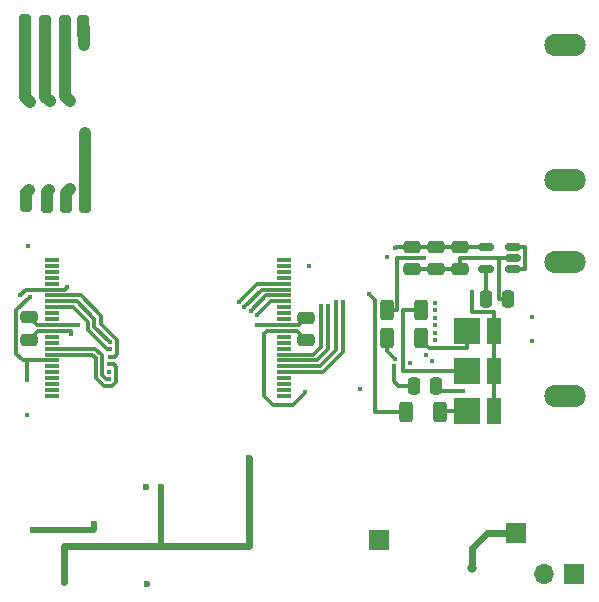
<source format=gbr>
%TF.GenerationSoftware,KiCad,Pcbnew,(6.0.5)*%
%TF.CreationDate,2023-08-07T21:45:28+03:00*%
%TF.ProjectId,JLC2,4a4c4332-2e6b-4696-9361-645f70636258,rev?*%
%TF.SameCoordinates,Original*%
%TF.FileFunction,Copper,L4,Bot*%
%TF.FilePolarity,Positive*%
%FSLAX46Y46*%
G04 Gerber Fmt 4.6, Leading zero omitted, Abs format (unit mm)*
G04 Created by KiCad (PCBNEW (6.0.5)) date 2023-08-07 21:45:28*
%MOMM*%
%LPD*%
G01*
G04 APERTURE LIST*
G04 Aperture macros list*
%AMRoundRect*
0 Rectangle with rounded corners*
0 $1 Rounding radius*
0 $2 $3 $4 $5 $6 $7 $8 $9 X,Y pos of 4 corners*
0 Add a 4 corners polygon primitive as box body*
4,1,4,$2,$3,$4,$5,$6,$7,$8,$9,$2,$3,0*
0 Add four circle primitives for the rounded corners*
1,1,$1+$1,$2,$3*
1,1,$1+$1,$4,$5*
1,1,$1+$1,$6,$7*
1,1,$1+$1,$8,$9*
0 Add four rect primitives between the rounded corners*
20,1,$1+$1,$2,$3,$4,$5,0*
20,1,$1+$1,$4,$5,$6,$7,0*
20,1,$1+$1,$6,$7,$8,$9,0*
20,1,$1+$1,$8,$9,$2,$3,0*%
G04 Aperture macros list end*
%TA.AperFunction,ComponentPad*%
%ADD10O,3.500000X1.900000*%
%TD*%
%TA.AperFunction,ComponentPad*%
%ADD11R,1.700000X1.700000*%
%TD*%
%TA.AperFunction,ComponentPad*%
%ADD12O,1.700000X1.700000*%
%TD*%
%TA.AperFunction,SMDPad,CuDef*%
%ADD13RoundRect,0.250000X-0.250000X-0.750000X0.250000X-0.750000X0.250000X0.750000X-0.250000X0.750000X0*%
%TD*%
%TA.AperFunction,SMDPad,CuDef*%
%ADD14RoundRect,0.250000X0.475000X-0.250000X0.475000X0.250000X-0.475000X0.250000X-0.475000X-0.250000X0*%
%TD*%
%TA.AperFunction,SMDPad,CuDef*%
%ADD15RoundRect,0.150000X0.512500X0.150000X-0.512500X0.150000X-0.512500X-0.150000X0.512500X-0.150000X0*%
%TD*%
%TA.AperFunction,SMDPad,CuDef*%
%ADD16RoundRect,0.250000X-0.250000X-0.475000X0.250000X-0.475000X0.250000X0.475000X-0.250000X0.475000X0*%
%TD*%
%TA.AperFunction,SMDPad,CuDef*%
%ADD17RoundRect,0.250000X-0.475000X0.250000X-0.475000X-0.250000X0.475000X-0.250000X0.475000X0.250000X0*%
%TD*%
%TA.AperFunction,SMDPad,CuDef*%
%ADD18R,1.275000X0.300000*%
%TD*%
%TA.AperFunction,SMDPad,CuDef*%
%ADD19R,2.200000X2.200000*%
%TD*%
%TA.AperFunction,SMDPad,CuDef*%
%ADD20R,1.250000X2.200000*%
%TD*%
%TA.AperFunction,SMDPad,CuDef*%
%ADD21RoundRect,0.250000X0.250000X0.475000X-0.250000X0.475000X-0.250000X-0.475000X0.250000X-0.475000X0*%
%TD*%
%TA.AperFunction,SMDPad,CuDef*%
%ADD22RoundRect,0.250000X-0.312500X-0.625000X0.312500X-0.625000X0.312500X0.625000X-0.312500X0.625000X0*%
%TD*%
%TA.AperFunction,SMDPad,CuDef*%
%ADD23RoundRect,0.250000X0.312500X0.625000X-0.312500X0.625000X-0.312500X-0.625000X0.312500X-0.625000X0*%
%TD*%
%TA.AperFunction,ViaPad*%
%ADD24C,0.400000*%
%TD*%
%TA.AperFunction,ViaPad*%
%ADD25C,0.600000*%
%TD*%
%TA.AperFunction,ViaPad*%
%ADD26C,0.800000*%
%TD*%
%TA.AperFunction,Conductor*%
%ADD27C,0.600000*%
%TD*%
%TA.AperFunction,Conductor*%
%ADD28C,0.300000*%
%TD*%
%TA.AperFunction,Conductor*%
%ADD29C,1.000000*%
%TD*%
%TA.AperFunction,Conductor*%
%ADD30C,0.500000*%
%TD*%
G04 APERTURE END LIST*
D10*
%TO.P,J1,5,Shield*%
%TO.N,N/C*%
X145050000Y-74400000D03*
X145050000Y-63000000D03*
%TD*%
D11*
%TO.P,BAT+,1*%
%TO.N,N/C*%
X129290000Y-104918750D03*
%TD*%
%TO.P,-USB+,1*%
%TO.N,N/C*%
X145865000Y-107778750D03*
D12*
%TO.P,-USB+,2*%
X143325000Y-107778750D03*
%TD*%
D10*
%TO.P,J1,5,Shield*%
%TO.N,N/C*%
X145050001Y-81319999D03*
X145050001Y-92719999D03*
%TD*%
D11*
%TO.P,BAT-,1*%
%TO.N,N/C*%
X140970000Y-104308750D03*
%TD*%
D13*
%TO.P,REF\u002A\u002A,1*%
%TO.N,N/C*%
X99470000Y-76110000D03*
%TD*%
D14*
%TO.P,C19,1*%
%TO.N,N/C*%
X134130001Y-81949999D03*
%TO.P,C19,2*%
X134130001Y-80049999D03*
%TD*%
D15*
%TO.P,U1,1,VIN*%
%TO.N,N/C*%
X140637501Y-80039999D03*
%TO.P,U1,2,GND*%
X140637501Y-80989999D03*
%TO.P,U1,3,INH*%
X140637501Y-81939999D03*
%TO.P,U1,4,BYP*%
X138362501Y-81939999D03*
%TO.P,U1,5,VOUT*%
X138362501Y-80039999D03*
%TD*%
D16*
%TO.P,C10,1*%
%TO.N,N/C*%
X132260001Y-91869999D03*
%TO.P,C10,2*%
X134160001Y-91869999D03*
%TD*%
D13*
%TO.P,REF\u002A\u002A,1*%
%TO.N,N/C*%
X102720000Y-61440000D03*
%TD*%
D17*
%TO.P,C2,1*%
%TO.N,N/C*%
X99680001Y-86019999D03*
%TO.P,C2,2*%
X99680001Y-87919999D03*
%TD*%
D18*
%TO.P,m2,1,N.C_1*%
%TO.N,N/C*%
X101620001Y-92679999D03*
%TO.P,m2,2,N.C_2*%
X101620001Y-92179999D03*
%TO.P,m2,3,N.C_3*%
X101620001Y-91679999D03*
%TO.P,m2,4,N.C_4*%
X101620001Y-91179999D03*
%TO.P,m2,5,N.C_5*%
X101620001Y-90679999D03*
%TO.P,m2,6,N.C_6*%
X101620001Y-90179999D03*
%TO.P,m2,7,R/~{B}*%
X101620001Y-89679999D03*
%TO.P,m2,8,~{RE}*%
X101620001Y-89179999D03*
%TO.P,m2,9,~{CE}*%
X101620001Y-88679999D03*
%TO.P,m2,10,N.C_7*%
X101620001Y-88179999D03*
%TO.P,m2,11,N.C_8*%
X101620001Y-87679999D03*
%TO.P,m2,12,VCC_1*%
X101620001Y-87179999D03*
%TO.P,m2,13,VSS_1*%
X101620001Y-86679999D03*
%TO.P,m2,14,N.C_9*%
X101620001Y-86179999D03*
%TO.P,m2,15,N.C_10*%
X101620001Y-85679999D03*
%TO.P,m2,16,CLE*%
X101620001Y-85179999D03*
%TO.P,m2,17,ALE*%
X101620001Y-84679999D03*
%TO.P,m2,18,~{WE}*%
X101620001Y-84179999D03*
%TO.P,m2,19,~{WP}*%
X101620001Y-83679999D03*
%TO.P,m2,20,N.C_11*%
X101620001Y-83179999D03*
%TO.P,m2,21,N.C_12*%
X101620001Y-82679999D03*
%TO.P,m2,22,N.C_13*%
X101620001Y-82179999D03*
%TO.P,m2,23,N.C_14*%
X101620001Y-81679999D03*
%TO.P,m2,24,N.C_15*%
X101620001Y-81179999D03*
%TO.P,m2,25,N.C_16*%
X121296001Y-81179999D03*
%TO.P,m2,26,N.C_17*%
X121296001Y-81679999D03*
%TO.P,m2,27,N.C_18*%
X121296001Y-82179999D03*
%TO.P,m2,28,N.C_19*%
X121296001Y-82679999D03*
%TO.P,m2,29,I/O0*%
X121296001Y-83179999D03*
%TO.P,m2,30,I/O1*%
X121296001Y-83679999D03*
%TO.P,m2,31,I/O2*%
X121296001Y-84179999D03*
%TO.P,m2,32,I/O3*%
X121296001Y-84679999D03*
%TO.P,m2,33,N.C_20*%
X121296001Y-85179999D03*
%TO.P,m2,34,N.C_21*%
X121296001Y-85679999D03*
%TO.P,m2,35,N.C_22*%
X121296001Y-86179999D03*
%TO.P,m2,36,VSS_2*%
X121296001Y-86679999D03*
%TO.P,m2,37,VCC_2*%
X121296001Y-87179999D03*
%TO.P,m2,38,N.C_23*%
X121296001Y-87679999D03*
%TO.P,m2,39,N.C_24*%
X121296001Y-88179999D03*
%TO.P,m2,40,N.C_25*%
X121296001Y-88679999D03*
%TO.P,m2,41,I/O4*%
X121296001Y-89179999D03*
%TO.P,m2,42,I/O5*%
X121296001Y-89679999D03*
%TO.P,m2,43,I/O6*%
X121296001Y-90179999D03*
%TO.P,m2,44,I/O7*%
X121296001Y-90679999D03*
%TO.P,m2,45,N.C_26*%
X121296001Y-91179999D03*
%TO.P,m2,46,N.C_27*%
X121296001Y-91679999D03*
%TO.P,m2,47,N.C_28*%
X121296001Y-92179999D03*
%TO.P,m2,48,N.C_29*%
X121296001Y-92679999D03*
%TD*%
D17*
%TO.P,C6,1*%
%TO.N,N/C*%
X123190001Y-86069999D03*
%TO.P,C6,2*%
X123190001Y-87969999D03*
%TD*%
D13*
%TO.P,REF\u002A\u002A,1*%
%TO.N,N/C*%
X101230000Y-76150000D03*
%TD*%
D14*
%TO.P,C17,1*%
%TO.N,N/C*%
X132100001Y-81939999D03*
%TO.P,C17,2*%
X132100001Y-80039999D03*
%TD*%
D13*
%TO.P,REF\u002A\u002A,1*%
%TO.N,N/C*%
X99330000Y-61400000D03*
%TD*%
%TO.P,REF\u002A\u002A,1*%
%TO.N,N/C*%
X101090000Y-61440000D03*
%TD*%
%TO.P,REF\u002A\u002A,1*%
%TO.N,N/C*%
X104300000Y-61460000D03*
%TD*%
D19*
%TO.P,D3,1,K*%
%TO.N,N/C*%
X136810001Y-93989999D03*
D20*
%TO.P,D3,2,A*%
X139085001Y-93989999D03*
%TD*%
D21*
%TO.P,C11,1*%
%TO.N,N/C*%
X140260001Y-84479999D03*
%TO.P,C11,2*%
X138360001Y-84479999D03*
%TD*%
D14*
%TO.P,C12,1*%
%TO.N,N/C*%
X136210001Y-81949999D03*
%TO.P,C12,2*%
X136210001Y-80049999D03*
%TD*%
D22*
%TO.P,R1,1*%
%TO.N,N/C*%
X129985001Y-87789999D03*
%TO.P,R1,2*%
X132910001Y-87789999D03*
%TD*%
D23*
%TO.P,R7,1*%
%TO.N,N/C*%
X134532501Y-94019999D03*
%TO.P,R7,2*%
X131607501Y-94019999D03*
%TD*%
D13*
%TO.P,REF\u002A\u002A,1*%
%TO.N,N/C*%
X104440000Y-76170000D03*
%TD*%
%TO.P,REF\u002A\u002A,1*%
%TO.N,N/C*%
X102860000Y-76150000D03*
%TD*%
D19*
%TO.P,D2,1,K*%
%TO.N,N/C*%
X136810001Y-87159999D03*
D20*
%TO.P,D2,2,A*%
X139085001Y-87159999D03*
%TD*%
D22*
%TO.P,R2,1*%
%TO.N,N/C*%
X129977501Y-85449999D03*
%TO.P,R2,2*%
X132902501Y-85449999D03*
%TD*%
D19*
%TO.P,D1,1,K*%
%TO.N,N/C*%
X136810001Y-90579999D03*
D20*
%TO.P,D1,2,A*%
X139085001Y-90579999D03*
%TD*%
D24*
%TO.N,*%
X130660001Y-89519999D03*
D25*
X109610000Y-100420000D03*
D24*
X125660001Y-84759999D03*
X141520001Y-81939999D03*
X103220001Y-87479999D03*
D26*
X104400000Y-70430000D03*
D24*
X134030001Y-87339999D03*
D25*
X105232500Y-103505000D03*
D24*
X99540001Y-91337499D03*
X130710001Y-80119999D03*
X106500001Y-90639999D03*
X123415001Y-81674999D03*
D26*
X104360000Y-63010000D03*
D24*
X99540001Y-94262499D03*
X99580001Y-80019999D03*
D25*
X107952500Y-105410000D03*
D26*
X101460000Y-67740000D03*
D24*
X98970001Y-84159999D03*
X134030001Y-87969999D03*
X106530001Y-88119999D03*
X118450001Y-85499999D03*
D25*
X102625000Y-108460000D03*
D24*
X136210001Y-81949999D03*
X142300001Y-88019999D03*
X129980001Y-80899999D03*
D26*
X99750000Y-67760000D03*
D25*
X110870000Y-100400000D03*
D24*
X117940001Y-85139999D03*
X128450001Y-84049999D03*
D26*
X137210000Y-107248750D03*
D25*
X109722500Y-108620000D03*
D24*
X134040001Y-86709999D03*
D25*
X100012500Y-104030000D03*
D24*
X134050001Y-85449999D03*
X103840001Y-86679999D03*
X137180001Y-83919999D03*
X134060001Y-84819999D03*
D26*
X103160000Y-67730000D03*
X99720000Y-75230000D03*
D24*
X119580001Y-87459999D03*
X131970001Y-89919999D03*
D26*
X101420000Y-75230000D03*
D24*
X133790001Y-89709999D03*
X126320001Y-84749999D03*
X106500001Y-91269999D03*
X134050001Y-86079999D03*
X123100001Y-92319999D03*
X133120001Y-81019999D03*
X142300001Y-86019999D03*
X125030001Y-85079999D03*
X106510001Y-90009999D03*
X99790001Y-84279999D03*
X106520001Y-88749999D03*
X136480001Y-92259999D03*
X118990001Y-85869999D03*
X133330001Y-89229999D03*
X127700001Y-92069999D03*
D26*
X103140000Y-75190000D03*
D24*
X102950001Y-83489999D03*
X106520001Y-89379999D03*
X124400001Y-85089999D03*
X119010001Y-86679999D03*
X136210001Y-80049999D03*
X130558001Y-90159999D03*
X117450001Y-84759999D03*
D25*
X118305000Y-97977500D03*
%TD*%
D27*
%TO.N,*%
X137210000Y-105588750D02*
X138490000Y-104308750D01*
D28*
X101620001Y-87179999D02*
X100420001Y-87179999D01*
X107180001Y-87939999D02*
X107180001Y-89149999D01*
X106200001Y-91269999D02*
X106500001Y-91269999D01*
X131350001Y-85449999D02*
X131350001Y-90579999D01*
X136210001Y-81949999D02*
X136210001Y-80989999D01*
X121296001Y-90679999D02*
X124610001Y-90679999D01*
X122060001Y-93459999D02*
X123100001Y-92419999D01*
X122580001Y-86679999D02*
X123190001Y-86069999D01*
X117450001Y-84759999D02*
X119030001Y-83179999D01*
X136480001Y-92259999D02*
X134550001Y-92259999D01*
D29*
X102860000Y-75470000D02*
X102860000Y-76150000D01*
D28*
X105240001Y-86829999D02*
X105240001Y-86159999D01*
X107090001Y-91509999D02*
X107090001Y-90229999D01*
D29*
X103160000Y-67730000D02*
X102720000Y-67290000D01*
D28*
X139085001Y-93989999D02*
X139085001Y-90629999D01*
X133120001Y-81019999D02*
X133110001Y-81009999D01*
X119010001Y-86679999D02*
X121296001Y-86679999D01*
X121296001Y-86679999D02*
X122580001Y-86679999D01*
X141720001Y-81409999D02*
X141720001Y-81939999D01*
X130980001Y-91869999D02*
X130558001Y-91447999D01*
X99660001Y-89679999D02*
X101620001Y-89679999D01*
D27*
X118305000Y-105410000D02*
X118305000Y-97977500D01*
D28*
X119580001Y-87459999D02*
X119860001Y-87179999D01*
D29*
X104440000Y-76170000D02*
X104440000Y-70470000D01*
D28*
X104130001Y-84179999D02*
X105830001Y-85879999D01*
X120180001Y-84679999D02*
X121296001Y-84679999D01*
X101620001Y-88679999D02*
X105320001Y-88679999D01*
X105830001Y-86589999D02*
X107180001Y-87939999D01*
X130558001Y-91447999D02*
X130558001Y-90159999D01*
D29*
X104440000Y-70470000D02*
X104400000Y-70430000D01*
D30*
X110870000Y-100400000D02*
X110870000Y-105410000D01*
D28*
X136210001Y-80039999D02*
X136210001Y-80049999D01*
D27*
X107952500Y-105410000D02*
X102625000Y-105410000D01*
D28*
X128970001Y-94019999D02*
X131607501Y-94019999D01*
X119580001Y-87459999D02*
X119580001Y-92659999D01*
X104690001Y-87144999D02*
X106295001Y-88749999D01*
X130660001Y-89519999D02*
X129985001Y-88844999D01*
X125660001Y-88829999D02*
X125660001Y-84759999D01*
X137180001Y-85619999D02*
X137180001Y-83919999D01*
X121296001Y-89179999D02*
X123750001Y-89179999D01*
X132910001Y-87929999D02*
X133570001Y-88589999D01*
X99530001Y-89809999D02*
X99530001Y-91327499D01*
X120380001Y-93459999D02*
X122060001Y-93459999D01*
X98600001Y-85419999D02*
X98600001Y-89099999D01*
X105320001Y-88679999D02*
X105880001Y-89239999D01*
D29*
X99330000Y-67340000D02*
X99330000Y-61400000D01*
D28*
X139480001Y-84479999D02*
X139480001Y-80989999D01*
D29*
X101460000Y-67740000D02*
X101090000Y-67370000D01*
D28*
X133570001Y-88589999D02*
X136810001Y-88589999D01*
X133110001Y-81009999D02*
X130820001Y-81009999D01*
X117940001Y-85139999D02*
X119400001Y-83679999D01*
X98600001Y-89099999D02*
X99180001Y-89679999D01*
X101620001Y-85179999D02*
X103410001Y-85179999D01*
X101620001Y-89179999D02*
X105050001Y-89179999D01*
X102760001Y-83679999D02*
X101620001Y-83679999D01*
X103760001Y-84679999D02*
X101620001Y-84679999D01*
X132910001Y-87789999D02*
X132910001Y-87929999D01*
X128450001Y-84049999D02*
X128970001Y-84569999D01*
X134130001Y-81949999D02*
X136210001Y-81949999D01*
X130820001Y-85449999D02*
X129977501Y-85449999D01*
X119580001Y-92659999D02*
X120380001Y-93459999D01*
X138362501Y-81939999D02*
X138362501Y-84479999D01*
X124310001Y-90179999D02*
X125660001Y-88829999D01*
X118450001Y-85499999D02*
X119770001Y-84179999D01*
X99180001Y-89679999D02*
X99660001Y-89679999D01*
D30*
X100012500Y-104030000D02*
X105232500Y-104030000D01*
D28*
X126320001Y-88969999D02*
X126320001Y-84749999D01*
X119400001Y-83679999D02*
X121296001Y-83679999D01*
X98970001Y-84159999D02*
X99450001Y-83679999D01*
X103220001Y-87179999D02*
X103220001Y-87479999D01*
X101620001Y-87179999D02*
X103220001Y-87179999D01*
X121296001Y-89679999D02*
X124060001Y-89679999D01*
D29*
X101090000Y-67370000D02*
X101090000Y-61440000D01*
D28*
X138362501Y-84479999D02*
X138360001Y-84479999D01*
X100340001Y-86679999D02*
X99680001Y-86019999D01*
X140637501Y-80039999D02*
X141720001Y-80039999D01*
X134130001Y-81949999D02*
X132110001Y-81949999D01*
X102950001Y-83489999D02*
X102760001Y-83679999D01*
X128970001Y-84569999D02*
X128970001Y-94019999D01*
X119770001Y-84179999D02*
X121296001Y-84179999D01*
X106950001Y-89379999D02*
X106520001Y-89379999D01*
X106295001Y-88749999D02*
X106520001Y-88749999D01*
X101620001Y-86679999D02*
X100340001Y-86679999D01*
X106050001Y-91879999D02*
X106720001Y-91879999D01*
X105880001Y-90949999D02*
X106200001Y-91269999D01*
X134550001Y-92259999D02*
X134160001Y-91869999D01*
D29*
X102720000Y-67290000D02*
X102720000Y-61440000D01*
D28*
X139480001Y-80989999D02*
X140637501Y-80989999D01*
X125030001Y-88709999D02*
X125030001Y-85089999D01*
X134562501Y-93989999D02*
X134532501Y-94019999D01*
X105050001Y-89179999D02*
X105330001Y-89459999D01*
X121296001Y-90179999D02*
X124310001Y-90179999D01*
X124610001Y-90679999D02*
X126320001Y-88969999D01*
D27*
X137210000Y-107248750D02*
X137210000Y-105588750D01*
D29*
X101420000Y-75230000D02*
X101230000Y-75420000D01*
D27*
X138490000Y-104308750D02*
X140970000Y-104308750D01*
D28*
X139085001Y-87159999D02*
X139085001Y-85619999D01*
X123750001Y-89179999D02*
X124400001Y-88529999D01*
X136810001Y-93989999D02*
X134562501Y-93989999D01*
X103410001Y-85179999D02*
X104690001Y-86459999D01*
D27*
X110870000Y-105410000D02*
X118305000Y-105410000D01*
D28*
X105330001Y-89459999D02*
X105330001Y-91159999D01*
X132260001Y-91869999D02*
X130980001Y-91869999D01*
X130790001Y-80039999D02*
X132100001Y-80039999D01*
X99530001Y-91327499D02*
X99540001Y-91337499D01*
X124060001Y-89679999D02*
X125030001Y-88709999D01*
X137320001Y-85619999D02*
X137180001Y-85619999D01*
X106530001Y-88119999D02*
X105240001Y-86829999D01*
X99450001Y-83679999D02*
X101620001Y-83679999D01*
X141720001Y-81939999D02*
X141520001Y-81939999D01*
X100420001Y-87179999D02*
X99680001Y-87919999D01*
D29*
X104360000Y-61520000D02*
X104300000Y-61460000D01*
D28*
X129985001Y-88844999D02*
X129985001Y-87789999D01*
D29*
X104360000Y-63010000D02*
X104360000Y-61520000D01*
D28*
X136810001Y-88589999D02*
X136810001Y-87159999D01*
X124400001Y-88529999D02*
X124400001Y-85089999D01*
X123100001Y-92419999D02*
X123100001Y-92319999D01*
X130820001Y-81009999D02*
X130820001Y-85449999D01*
X101620001Y-84179999D02*
X104130001Y-84179999D01*
X131350001Y-90579999D02*
X136810001Y-90579999D01*
X141720001Y-80039999D02*
X141720001Y-81409999D01*
D27*
X107952500Y-105410000D02*
X110870000Y-105410000D01*
D29*
X99470000Y-75480000D02*
X99470000Y-76110000D01*
D28*
X138362501Y-80039999D02*
X136210001Y-80039999D01*
X134130001Y-80049999D02*
X136210001Y-80049999D01*
X101620001Y-86679999D02*
X103840001Y-86679999D01*
D29*
X99750000Y-67760000D02*
X99330000Y-67340000D01*
D28*
X99740001Y-84279999D02*
X98600001Y-85419999D01*
X118990001Y-85869999D02*
X120180001Y-84679999D01*
X106870001Y-90009999D02*
X106510001Y-90009999D01*
X121296001Y-87179999D02*
X122400001Y-87179999D01*
X122400001Y-87179999D02*
X123190001Y-87969999D01*
X99790001Y-84279999D02*
X99740001Y-84279999D01*
D29*
X101230000Y-75420000D02*
X101230000Y-76150000D01*
D28*
X132110001Y-81949999D02*
X132100001Y-81939999D01*
X106720001Y-91879999D02*
X107090001Y-91509999D01*
X119860001Y-87179999D02*
X121296001Y-87179999D01*
X132902501Y-85449999D02*
X131350001Y-85449999D01*
D30*
X105232500Y-104030000D02*
X105232500Y-103505000D01*
D28*
X105240001Y-86159999D02*
X103760001Y-84679999D01*
X107180001Y-89149999D02*
X106950001Y-89379999D01*
X134130001Y-80049999D02*
X132110001Y-80049999D01*
X136210001Y-80989999D02*
X139480001Y-80989999D01*
X105830001Y-85879999D02*
X105830001Y-86589999D01*
X107090001Y-90229999D02*
X106870001Y-90009999D01*
X130710001Y-80119999D02*
X130790001Y-80039999D01*
X139085001Y-85619999D02*
X137320001Y-85619999D01*
D27*
X102625000Y-105410000D02*
X102625000Y-108460000D01*
D29*
X103140000Y-75190000D02*
X102860000Y-75470000D01*
D28*
X139090001Y-90629999D02*
X139085001Y-90629999D01*
X132110001Y-80049999D02*
X132100001Y-80039999D01*
D29*
X99720000Y-75230000D02*
X99470000Y-75480000D01*
D28*
X104690001Y-86459999D02*
X104690001Y-87144999D01*
X105880001Y-89239999D02*
X105880001Y-90949999D01*
X141520001Y-81939999D02*
X140637501Y-81939999D01*
X105330001Y-91159999D02*
X106050001Y-91879999D01*
X139090001Y-87289999D02*
X139090001Y-90629999D01*
X140260001Y-84479999D02*
X139480001Y-84479999D01*
X119030001Y-83179999D02*
X121296001Y-83179999D01*
%TD*%
M02*

</source>
